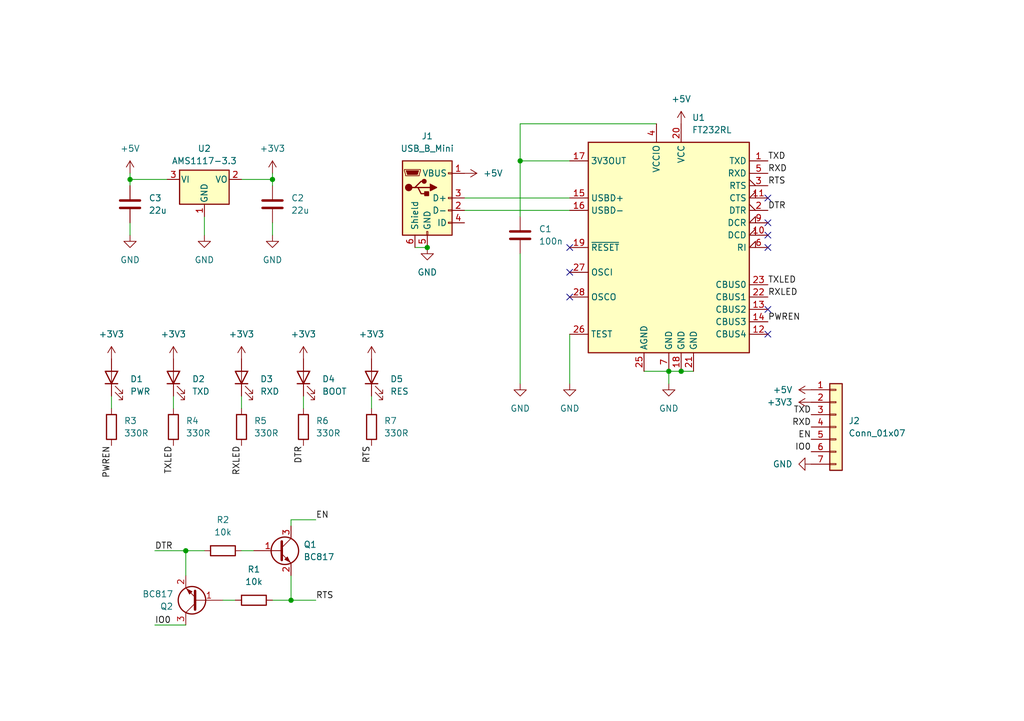
<source format=kicad_sch>
(kicad_sch (version 20230121) (generator eeschema)
  (paper "A5")
  (title_block (title "ESP32 programmer") (date "2023-08-23") (rev "1") (company "G2Labs Grzegorz Grzęda"))
  (lib_symbols
    (symbol "Connector:USB_B_Mini" (pin_names (offset 1.016))
      (property "Reference" "J" (at -5.08 11.43 0))
      (property "Value" "USB_B_Mini" (at -5.08 8.89 0))
      (symbol "USB_B_Mini_0_1"
        (rectangle (start -5.08 -7.62) (end 5.08 7.62) (stroke (width 0.254)) (fill (type background)))
        (circle (center -3.81 2.159) (radius 0.635) (stroke (width 0.254)) (fill (type outline)))
        (circle (center -0.635 3.429) (radius 0.381) (stroke (width 0.254)) (fill (type outline)))
        (rectangle (start -0.127 -7.62) (end 0.127 -6.858))
        (polyline (pts (xy -1.905 2.159) (xy 0.635 2.159)) (stroke (width 0.254)))
        (polyline (pts (xy -3.175 2.159) (xy -2.54 2.159) (xy -1.27 3.429) (xy -0.635 3.429)) (stroke (width 0.254)))
        (polyline (pts (xy -2.54 2.159) (xy -1.905 2.159) (xy -1.27 0.889) (xy 0 0.889)) (stroke (width 0.254)))
        (polyline (pts (xy 0.635 2.794) (xy 0.635 1.524) (xy 1.905 2.159) (xy 0.635 2.794)) (stroke (width 0.254)) (fill (type outline)))
        (polyline (pts (xy -4.318 5.588) (xy -1.778 5.588) (xy -2.032 4.826) (xy -4.064 4.826) (xy -4.318 5.588)) (fill (type outline)))
        (polyline (pts (xy -4.699 5.842) (xy -4.699 5.588) (xy -4.445 4.826) (xy -4.445 4.572) (xy -1.651 4.572) (xy -1.651 4.826) (xy -1.397 5.588) (xy -1.397 5.842) (xy -4.699 5.842)))
        (rectangle (start 0.254 1.27) (end -0.508 0.508) (stroke (width 0.254)) (fill (type outline)))
        (rectangle (start 5.08 -5.207) (end 4.318 -4.953))
        (rectangle (start 5.08 -2.667) (end 4.318 -2.413))
        (rectangle (start 5.08 -0.127) (end 4.318 0.127))
        (rectangle (start 5.08 4.953) (end 4.318 5.207))
      )
      (symbol "USB_B_Mini_1_1"
        (pin power_out line (at 7.62 5.08 180) (length 2.54) (name "VBUS") (number "1"))
        (pin bidirectional line (at 7.62 -2.54 180) (length 2.54) (name "D-") (number "2"))
        (pin bidirectional line (at 7.62 0 180) (length 2.54) (name "D+") (number "3"))
        (pin passive line (at 7.62 -5.08 180) (length 2.54) (name "ID") (number "4"))
        (pin power_out line (at 0 -10.16 90) (length 2.54) (name "GND") (number "5"))
        (pin passive line (at -2.54 -10.16 90) (length 2.54) (name "Shield") (number "6"))
      )
    )
    (symbol "Connector_Generic:Conn_01x07" (pin_names (offset 1.016) hide)
      (property "Reference" "J" (at 0 10.16 0))
      (property "Value" "Conn_01x07" (at 0 -10.16 0))
      (symbol "Conn_01x07_1_1"
        (rectangle (start -1.27 -7.493) (end 0 -7.747) (stroke (width 0.1524)))
        (rectangle (start -1.27 -4.953) (end 0 -5.207) (stroke (width 0.1524)))
        (rectangle (start -1.27 -2.413) (end 0 -2.667) (stroke (width 0.1524)))
        (rectangle (start -1.27 0.127) (end 0 -0.127) (stroke (width 0.1524)))
        (rectangle (start -1.27 2.667) (end 0 2.413) (stroke (width 0.1524)))
        (rectangle (start -1.27 5.207) (end 0 4.953) (stroke (width 0.1524)))
        (rectangle (start -1.27 7.747) (end 0 7.493) (stroke (width 0.1524)))
        (rectangle (start -1.27 8.89) (end 1.27 -8.89) (stroke (width 0.254)) (fill (type background)))
        (pin passive line (at -5.08 7.62 0) (length 3.81) (name "Pin_1") (number "1"))
        (pin passive line (at -5.08 5.08 0) (length 3.81) (name "Pin_2") (number "2"))
        (pin passive line (at -5.08 2.54 0) (length 3.81) (name "Pin_3") (number "3"))
        (pin passive line (at -5.08 0 0) (length 3.81) (name "Pin_4") (number "4"))
        (pin passive line (at -5.08 -2.54 0) (length 3.81) (name "Pin_5") (number "5"))
        (pin passive line (at -5.08 -5.08 0) (length 3.81) (name "Pin_6") (number "6"))
        (pin passive line (at -5.08 -7.62 0) (length 3.81) (name "Pin_7") (number "7"))
      )
    )
    (symbol "Device:C" (pin_numbers hide) (pin_names (offset 0.254))
      (property "Reference" "C" (at 0.635 2.54 0))
      (property "Value" "C" (at 0.635 -2.54 0))
      (symbol "C_0_1"
        (polyline (pts (xy -2.032 -0.762) (xy 2.032 -0.762)) (stroke (width 0.508)))
        (polyline (pts (xy -2.032 0.762) (xy 2.032 0.762)) (stroke (width 0.508)))
      )
      (symbol "C_1_1"
        (pin passive line (at 0 3.81 270) (length 2.794) (name "~") (number "1"))
        (pin passive line (at 0 -3.81 90) (length 2.794) (name "~") (number "2"))
      )
    )
    (symbol "Device:LED" (pin_numbers hide) (pin_names (offset 1.016) hide)
      (property "Reference" "D" (at 0 2.54 0))
      (property "Value" "LED" (at 0 -2.54 0))
      (symbol "LED_0_1"
        (polyline (pts (xy -1.27 -1.27) (xy -1.27 1.27)) (stroke (width 0.254)))
        (polyline (pts (xy -1.27 0) (xy 1.27 0)))
        (polyline (pts (xy 1.27 -1.27) (xy 1.27 1.27) (xy -1.27 0) (xy 1.27 -1.27)) (stroke (width 0.254)))
        (polyline (pts (xy -3.048 -0.762) (xy -4.572 -2.286) (xy -3.81 -2.286) (xy -4.572 -2.286) (xy -4.572 -1.524)))
        (polyline (pts (xy -1.778 -0.762) (xy -3.302 -2.286) (xy -2.54 -2.286) (xy -3.302 -2.286) (xy -3.302 -1.524)))
      )
      (symbol "LED_1_1"
        (pin passive line (at -3.81 0 0) (length 2.54) (name "K") (number "1"))
        (pin passive line (at 3.81 0 180) (length 2.54) (name "A") (number "2"))
      )
    )
    (symbol "Device:R" (pin_numbers hide) (pin_names (offset 0))
      (property "Reference" "R" (at 2.032 0 90))
      (property "Value" "R" (at 0 0 90))
      (symbol "R_0_1"
        (rectangle (start -1.016 -2.54) (end 1.016 2.54) (stroke (width 0.254)))
      )
      (symbol "R_1_1"
        (pin passive line (at 0 3.81 270) (length 1.27) (name "~") (number "1"))
        (pin passive line (at 0 -3.81 90) (length 1.27) (name "~") (number "2"))
      )
    )
    (symbol "Interface_USB:FT232RL"
      (property "Reference" "U" (at -16.51 22.86 0))
      (property "Value" "FT232RL" (at 10.16 22.86 0))
      (symbol "FT232RL_0_1"
        (rectangle (start -16.51 21.59) (end 16.51 -21.59) (stroke (width 0.254)) (fill (type background)))
      )
      (symbol "FT232RL_1_1"
        (pin output line (at 20.32 17.78 180) (length 3.81) (name "TXD") (number "1"))
        (pin input input_low (at 20.32 2.54 180) (length 3.81) (name "DCD") (number "10"))
        (pin input input_low (at 20.32 10.16 180) (length 3.81) (name "CTS") (number "11"))
        (pin bidirectional line (at 20.32 -17.78 180) (length 3.81) (name "CBUS4") (number "12"))
        (pin bidirectional line (at 20.32 -12.7 180) (length 3.81) (name "CBUS2") (number "13"))
        (pin bidirectional line (at 20.32 -15.24 180) (length 3.81) (name "CBUS3") (number "14"))
        (pin bidirectional line (at -20.32 10.16 0) (length 3.81) (name "USBD+") (number "15"))
        (pin bidirectional line (at -20.32 7.62 0) (length 3.81) (name "USBD-") (number "16"))
        (pin power_out line (at -20.32 17.78 0) (length 3.81) (name "3V3OUT") (number "17"))
        (pin power_in line (at 2.54 -25.4 90) (length 3.81) (name "GND") (number "18"))
        (pin input line (at -20.32 0 0) (length 3.81) (name "~{RESET}") (number "19"))
        (pin output output_low (at 20.32 7.62 180) (length 3.81) (name "DTR") (number "2"))
        (pin power_in line (at 2.54 25.4 270) (length 3.81) (name "VCC") (number "20"))
        (pin power_in line (at 5.08 -25.4 90) (length 3.81) (name "GND") (number "21"))
        (pin bidirectional line (at 20.32 -10.16 180) (length 3.81) (name "CBUS1") (number "22"))
        (pin bidirectional line (at 20.32 -7.62 180) (length 3.81) (name "CBUS0") (number "23"))
        (pin power_in line (at -5.08 -25.4 90) (length 3.81) (name "AGND") (number "25"))
        (pin input line (at -20.32 -17.78 0) (length 3.81) (name "TEST") (number "26"))
        (pin input line (at -20.32 -5.08 0) (length 3.81) (name "OSCI") (number "27"))
        (pin output line (at -20.32 -10.16 0) (length 3.81) (name "OSCO") (number "28"))
        (pin output output_low (at 20.32 12.7 180) (length 3.81) (name "RTS") (number "3"))
        (pin power_in line (at -2.54 25.4 270) (length 3.81) (name "VCCIO") (number "4"))
        (pin input line (at 20.32 15.24 180) (length 3.81) (name "RXD") (number "5"))
        (pin input input_low (at 20.32 0 180) (length 3.81) (name "RI") (number "6"))
        (pin power_in line (at 0 -25.4 90) (length 3.81) (name "GND") (number "7"))
        (pin input input_low (at 20.32 5.08 180) (length 3.81) (name "DCR") (number "9"))
      )
    )
    (symbol "Regulator_Linear:AMS1117-3.3" (pin_names (offset 0.254))
      (property "Reference" "U" (at -3.81 3.175 0))
      (property "Value" "AMS1117-3.3" (at 0 3.175 0))
      (symbol "AMS1117-3.3_0_1"
        (rectangle (start -5.08 -5.08) (end 5.08 1.905) (stroke (width 0.254)) (fill (type background)))
      )
      (symbol "AMS1117-3.3_1_1"
        (pin power_in line (at 0 -7.62 90) (length 2.54) (name "GND") (number "1"))
        (pin power_out line (at 7.62 0 180) (length 2.54) (name "VO") (number "2"))
        (pin power_in line (at -7.62 0 0) (length 2.54) (name "VI") (number "3"))
      )
    )
    (symbol "Transistor_BJT:BC817" (pin_names (offset 0) hide)
      (property "Reference" "Q" (at 5.08 1.905 0))
      (property "Value" "BC817" (at 5.08 0 0))
      (symbol "BC817_0_1"
        (polyline (pts (xy 0.635 0.635) (xy 2.54 2.54)))
        (polyline (pts (xy 0.635 -0.635) (xy 2.54 -2.54) (xy 2.54 -2.54)))
        (polyline (pts (xy 0.635 1.905) (xy 0.635 -1.905) (xy 0.635 -1.905)) (stroke (width 0.508)))
        (polyline (pts (xy 1.27 -1.778) (xy 1.778 -1.27) (xy 2.286 -2.286) (xy 1.27 -1.778) (xy 1.27 -1.778)) (fill (type outline)))
        (circle (center 1.27 0) (radius 2.8194) (stroke (width 0.254)))
      )
      (symbol "BC817_1_1"
        (pin input line (at -5.08 0 0) (length 5.715) (name "B") (number "1"))
        (pin passive line (at 2.54 -5.08 90) (length 2.54) (name "E") (number "2"))
        (pin passive line (at 2.54 5.08 270) (length 2.54) (name "C") (number "3"))
      )
    )
    (symbol "power:+3V3" (power) (pin_names (offset 0))
      (property "Value" "+3V3" (at 0 3.556 0))
      (symbol "+3V3_0_1"
        (polyline (pts (xy -0.762 1.27) (xy 0 2.54)))
        (polyline (pts (xy 0 0) (xy 0 2.54)))
        (polyline (pts (xy 0 2.54) (xy 0.762 1.27)))
      )
      (symbol "+3V3_1_1"
        (pin power_in line (at 0 0 90) (length 0) hide (name "+3V3") (number "1"))
      )
    )
    (symbol "power:+5V" (power) (pin_names (offset 0))
      (property "Value" "+5V" (at 0 3.556 0))
      (symbol "+5V_0_1"
        (polyline (pts (xy -0.762 1.27) (xy 0 2.54)))
        (polyline (pts (xy 0 0) (xy 0 2.54)))
        (polyline (pts (xy 0 2.54) (xy 0.762 1.27)))
      )
      (symbol "+5V_1_1"
        (pin power_in line (at 0 0 90) (length 0) hide (name "+5V") (number "1"))
      )
    )
    (symbol "power:GND" (power) (pin_names (offset 0))
      (property "Value" "GND" (at 0 -3.81 0))
      (symbol "GND_0_1"
        (polyline (pts (xy 0 0) (xy 0 -1.27) (xy 1.27 -1.27) (xy 0 -2.54) (xy -1.27 -1.27) (xy 0 -1.27)))
      )
      (symbol "GND_1_1"
        (pin power_in line (at 0 0 270) (length 0) hide (name "GND") (number "1"))
      )
    )
  )
  (junction (at 55.88 36.83))
  (junction (at 87.63 50.8))
  (junction (at 59.69 123.19))
  (junction (at 26.67 36.83))
  (junction (at 38.1 113.03))
  (junction (at 137.16 76.2))
  (junction (at 139.7 76.2))
  (junction (at 106.68 33.02))
  (no_connect (at 157.48 40.64))
  (no_connect (at 116.84 50.8))
  (no_connect (at 157.48 63.5))
  (no_connect (at 157.48 48.26))
  (no_connect (at 116.84 55.88))
  (no_connect (at 157.48 68.58))
  (no_connect (at 157.48 45.72))
  (no_connect (at 157.48 50.8))
  (no_connect (at 116.84 60.96))
  (wire (pts (xy 106.68 33.02) (xy 106.68 44.45)))
  (wire (pts (xy 59.69 123.19) (xy 64.77 123.19)))
  (wire (pts (xy 49.53 81.28) (xy 49.53 83.82)))
  (wire (pts (xy 31.75 128.27) (xy 38.1 128.27)))
  (wire (pts (xy 26.67 36.83) (xy 34.29 36.83)))
  (wire (pts (xy 55.88 45.72) (xy 55.88 48.26)))
  (wire (pts (xy 49.53 113.03) (xy 52.07 113.03)))
  (wire (pts (xy 134.62 25.4) (xy 106.68 25.4)))
  (wire (pts (xy 59.69 123.19) (xy 55.88 123.19)))
  (wire (pts (xy 41.91 48.26) (xy 41.91 44.45)))
  (wire (pts (xy 35.56 81.28) (xy 35.56 83.82)))
  (wire (pts (xy 137.16 76.2) (xy 137.16 78.74)))
  (wire (pts (xy 49.53 36.83) (xy 55.88 36.83)))
  (wire (pts (xy 116.84 68.58) (xy 116.84 78.74)))
  (wire (pts (xy 31.75 113.03) (xy 38.1 113.03)))
  (wire (pts (xy 95.25 40.64) (xy 116.84 40.64)))
  (wire (pts (xy 26.67 38.1) (xy 26.67 36.83)))
  (wire (pts (xy 22.86 81.28) (xy 22.86 83.82)))
  (wire (pts (xy 59.69 107.95) (xy 59.69 106.68)))
  (wire (pts (xy 62.23 81.28) (xy 62.23 83.82)))
  (wire (pts (xy 55.88 38.1) (xy 55.88 36.83)))
  (wire (pts (xy 76.2 81.28) (xy 76.2 83.82)))
  (wire (pts (xy 59.69 106.68) (xy 64.77 106.68)))
  (wire (pts (xy 106.68 78.74) (xy 106.68 52.07)))
  (wire (pts (xy 45.72 123.19) (xy 48.26 123.19)))
  (wire (pts (xy 55.88 35.56) (xy 55.88 36.83)))
  (wire (pts (xy 132.08 76.2) (xy 137.16 76.2)))
  (wire (pts (xy 26.67 35.56) (xy 26.67 36.83)))
  (wire (pts (xy 139.7 76.2) (xy 142.24 76.2)))
  (wire (pts (xy 41.91 113.03) (xy 38.1 113.03)))
  (wire (pts (xy 59.69 123.19) (xy 59.69 118.11)))
  (wire (pts (xy 95.25 43.18) (xy 116.84 43.18)))
  (wire (pts (xy 38.1 113.03) (xy 38.1 118.11)))
  (wire (pts (xy 106.68 25.4) (xy 106.68 33.02)))
  (wire (pts (xy 137.16 76.2) (xy 139.7 76.2)))
  (wire (pts (xy 116.84 33.02) (xy 106.68 33.02)))
  (wire (pts (xy 85.09 50.8) (xy 87.63 50.8)))
  (wire (pts (xy 26.67 45.72) (xy 26.67 48.26)))
  (label "RXD" (at 166.37 87.63 180))
  (label "RXLED" (at 157.48 60.96 0))
  (label "RTS" (at 76.2 91.44 270))
  (label "DTR" (at 157.48 43.18 0))
  (label "TXD" (at 166.37 85.09 180))
  (label "TXLED" (at 35.56 91.44 270))
  (label "RTS" (at 157.48 38.1 0))
  (label "EN" (at 64.77 106.68 0))
  (label "RTS" (at 64.77 123.19 0))
  (label "PWREN" (at 22.86 91.44 270))
  (label "RXD" (at 157.48 35.56 0))
  (label "RXLED" (at 49.53 91.44 270))
  (label "DTR" (at 31.75 113.03 0))
  (label "TXLED" (at 157.48 58.42 0))
  (label "TXD" (at 157.48 33.02 0))
  (label "PWREN" (at 157.48 66.04 0))
  (label "DTR" (at 62.23 91.44 270))
  (label "EN" (at 166.37 90.17 180))
  (label "IO0" (at 31.75 128.27 0))
  (label "IO0" (at 166.37 92.71 180))
  (symbol (lib_id "Device:R") (at 52.07 123.19 90) (unit 1)
    (property "Reference" "R1" (at 52.07 116.84 90))
    (property "Value" "10k" (at 52.07 119.38 90))
    (property "Footprint" "Resistor_SMD:R_1206_3216Metric_Pad1.30x1.75mm_HandSolder" (effects hide))
  )
  (symbol (lib_id "power:+5V") (at 166.37 80.01 90) (unit 1)
    (property "Reference" "#PWR011" (effects hide))
    (property "Value" "+5V" (at 162.56 80.01 90) (effects (justify left)))
  )
  (symbol (lib_id "Device:R") (at 76.2 87.63 180) (unit 1)
    (property "Reference" "R7" (at 78.74 86.36 0) (effects (justify right)))
    (property "Value" "330R" (at 78.74 88.9 0) (effects (justify right)))
    (property "Footprint" "Resistor_SMD:R_1206_3216Metric_Pad1.30x1.75mm_HandSolder" (effects hide))
  )
  (symbol (lib_id "Regulator_Linear:AMS1117-3.3") (at 41.91 36.83 0) (unit 1)
    (property "Reference" "U2" (at 41.91 30.48 0))
    (property "Value" "AMS1117-3.3" (at 41.91 33.02 0))
    (property "Footprint" "Package_TO_SOT_SMD:SOT-223-3_TabPin2" (effects hide))
    (property "Datasheet" "http://www.advanced-monolithic.com/pdf/ds1117.pdf" (effects hide))
  )
  (symbol (lib_id "power:GND") (at 166.37 95.25 270) (unit 1)
    (property "Reference" "#PWR06" (effects hide))
    (property "Value" "GND" (at 162.56 95.25 90) (effects (justify right)))
  )
  (symbol (lib_id "Device:LED") (at 35.56 77.47 90) (unit 1)
    (property "Reference" "D2" (at 39.37 77.7875 90) (effects (justify right)))
    (property "Value" "TXD" (at 39.37 80.3275 90) (effects (justify right)))
    (property "Footprint" "LED_SMD:LED_1206_3216Metric" (effects hide))
  )
  (symbol (lib_id "power:GND") (at 87.63 50.8 0) (unit 1)
    (property "Reference" "#PWR02" (effects hide))
    (property "Value" "GND" (at 87.63 55.88 0))
  )
  (symbol (lib_id "Device:LED") (at 76.2 77.47 90) (unit 1)
    (property "Reference" "D5" (at 80.01 77.7875 90) (effects (justify right)))
    (property "Value" "RES" (at 80.01 80.3275 90) (effects (justify right)))
    (property "Footprint" "LED_SMD:LED_1206_3216Metric" (effects hide))
  )
  (symbol (lib_id "power:+5V") (at 26.67 35.56 0) (unit 1)
    (property "Reference" "#PWR014" (effects hide))
    (property "Value" "+5V" (at 26.67 30.48 0))
  )
  (symbol (lib_id "Interface_USB:FT232RL") (at 137.16 50.8 0) (unit 1)
    (property "Reference" "U1" (at 141.8941 24.13 0) (effects (justify left)))
    (property "Value" "FT232RL" (at 141.8941 26.67 0) (effects (justify left)))
    (property "Footprint" "Package_SO:SSOP-28_5.3x10.2mm_P0.65mm" (effects hide))
    (property "Datasheet" "https://www.ftdichip.com/Support/Documents/DataSheets/ICs/DS_FT232R.pdf" (effects hide))
  )
  (symbol (lib_id "Device:LED") (at 49.53 77.47 90) (unit 1)
    (property "Reference" "D3" (at 53.34 77.7875 90) (effects (justify right)))
    (property "Value" "RXD" (at 53.34 80.3275 90) (effects (justify right)))
    (property "Footprint" "LED_SMD:LED_1206_3216Metric" (effects hide))
  )
  (symbol (lib_id "power:GND") (at 116.84 78.74 0) (unit 1)
    (property "Reference" "#PWR012" (effects hide))
    (property "Value" "GND" (at 116.84 83.82 0))
  )
  (symbol (lib_id "Device:R") (at 35.56 87.63 180) (unit 1)
    (property "Reference" "R4" (at 38.1 86.36 0) (effects (justify right)))
    (property "Value" "330R" (at 38.1 88.9 0) (effects (justify right)))
    (property "Footprint" "Resistor_SMD:R_1206_3216Metric_Pad1.30x1.75mm_HandSolder" (effects hide))
  )
  (symbol (lib_id "power:+3V3") (at 35.56 73.66 0) (unit 1)
    (property "Reference" "#PWR016" (effects hide))
    (property "Value" "+3V3" (at 35.56 68.58 0))
  )
  (symbol (lib_id "Device:R") (at 22.86 87.63 180) (unit 1)
    (property "Reference" "R3" (at 25.4 86.36 0) (effects (justify right)))
    (property "Value" "330R" (at 25.4 88.9 0) (effects (justify right)))
    (property "Footprint" "Resistor_SMD:R_1206_3216Metric_Pad1.30x1.75mm_HandSolder" (effects hide))
  )
  (symbol (lib_id "power:+3V3") (at 76.2 73.66 0) (unit 1)
    (property "Reference" "#PWR019" (effects hide))
    (property "Value" "+3V3" (at 76.2 68.58 0))
  )
  (symbol (lib_id "Device:C") (at 26.67 41.91 0) (unit 1)
    (property "Reference" "C3" (at 30.48 40.64 0) (effects (justify left)))
    (property "Value" "22u" (at 30.48 43.18 0) (effects (justify left)))
    (property "Footprint" "Capacitor_SMD:C_1206_3216Metric_Pad1.33x1.80mm_HandSolder" (effects hide))
  )
  (symbol (lib_id "Device:R") (at 62.23 87.63 180) (unit 1)
    (property "Reference" "R6" (at 64.77 86.36 0) (effects (justify right)))
    (property "Value" "330R" (at 64.77 88.9 0) (effects (justify right)))
    (property "Footprint" "Resistor_SMD:R_1206_3216Metric_Pad1.30x1.75mm_HandSolder" (effects hide))
  )
  (symbol (lib_id "power:+3V3") (at 166.37 82.55 90) (unit 1)
    (property "Reference" "#PWR08" (effects hide))
    (property "Value" "+3V3" (at 162.56 82.55 90) (effects (justify left)))
  )
  (symbol (lib_id "Device:C") (at 106.68 48.26 0) (unit 1)
    (property "Reference" "C1" (at 110.49 46.99 0) (effects (justify left)))
    (property "Value" "100n" (at 110.49 49.53 0) (effects (justify left)))
    (property "Footprint" "Capacitor_SMD:C_1206_3216Metric_Pad1.33x1.80mm_HandSolder" (effects hide))
  )
  (symbol (lib_id "Device:R") (at 45.72 113.03 90) (unit 1)
    (property "Reference" "R2" (at 45.72 106.68 90))
    (property "Value" "10k" (at 45.72 109.22 90))
    (property "Footprint" "Resistor_SMD:R_1206_3216Metric_Pad1.30x1.75mm_HandSolder" (effects hide))
  )
  (symbol (lib_id "power:GND") (at 55.88 48.26 0) (unit 1)
    (property "Reference" "#PWR013" (effects hide))
    (property "Value" "GND" (at 55.88 53.34 0))
  )
  (symbol (lib_id "power:+3V3") (at 22.86 73.66 0) (unit 1)
    (property "Reference" "#PWR015" (effects hide))
    (property "Value" "+3V3" (at 22.86 68.58 0))
  )
  (symbol (lib_id "Device:R") (at 49.53 87.63 180) (unit 1)
    (property "Reference" "R5" (at 52.07 86.36 0) (effects (justify right)))
    (property "Value" "330R" (at 52.07 88.9 0) (effects (justify right)))
    (property "Footprint" "Resistor_SMD:R_1206_3216Metric_Pad1.30x1.75mm_HandSolder" (effects hide))
  )
  (symbol (lib_id "power:GND") (at 106.68 78.74 0) (unit 1)
    (property "Reference" "#PWR03" (effects hide))
    (property "Value" "GND" (at 106.68 83.82 0))
  )
  (symbol (lib_id "power:GND") (at 26.67 48.26 0) (unit 1)
    (property "Reference" "#PWR01" (effects hide))
    (property "Value" "GND" (at 26.67 53.34 0))
  )
  (symbol (lib_id "power:+3V3") (at 49.53 73.66 0) (unit 1)
    (property "Reference" "#PWR017" (effects hide))
    (property "Value" "+3V3" (at 49.53 68.58 0))
  )
  (symbol (lib_id "Transistor_BJT:BC817") (at 40.64 123.19 180) (unit 1)
    (property "Reference" "Q2" (at 35.56 124.46 0) (effects (justify left)))
    (property "Value" "BC817" (at 35.56 121.92 0) (effects (justify left)))
    (property "Footprint" "Package_TO_SOT_SMD:SOT-23" (effects hide))
    (property "Datasheet" "https://www.onsemi.com/pub/Collateral/BC818-D.pdf" (effects hide))
  )
  (symbol (lib_id "power:+5V") (at 95.25 35.56 270) (unit 1)
    (property "Reference" "#PWR09" (effects hide))
    (property "Value" "+5V" (at 99.06 35.56 90) (effects (justify left)))
  )
  (symbol (lib_id "power:+3V3") (at 55.88 35.56 0) (unit 1)
    (property "Reference" "#PWR07" (effects hide))
    (property "Value" "+3V3" (at 55.88 30.48 0))
  )
  (symbol (lib_id "power:+3V3") (at 62.23 73.66 0) (unit 1)
    (property "Reference" "#PWR018" (effects hide))
    (property "Value" "+3V3" (at 62.23 68.58 0))
  )
  (symbol (lib_id "power:GND") (at 137.16 78.74 0) (unit 1)
    (property "Reference" "#PWR05" (effects hide))
    (property "Value" "GND" (at 137.16 83.82 0))
  )
  (symbol (lib_id "Connector_Generic:Conn_01x07") (at 171.45 87.63 0) (unit 1)
    (property "Reference" "J2" (at 173.99 86.36 0) (effects (justify left)))
    (property "Value" "Conn_01x07" (at 173.99 88.9 0) (effects (justify left)))
    (property "Footprint" "Connector_PinHeader_2.54mm:PinHeader_1x07_P2.54mm_Vertical" (effects hide))
  )
  (symbol (lib_id "power:GND") (at 41.91 48.26 0) (unit 1)
    (property "Reference" "#PWR04" (effects hide))
    (property "Value" "GND" (at 41.91 53.34 0))
  )
  (symbol (lib_id "Device:LED") (at 62.23 77.47 90) (unit 1)
    (property "Reference" "D4" (at 66.04 77.7875 90) (effects (justify right)))
    (property "Value" "BOOT" (at 66.04 80.3275 90) (effects (justify right)))
    (property "Footprint" "LED_SMD:LED_1206_3216Metric" (effects hide))
  )
  (symbol (lib_id "power:+5V") (at 139.7 25.4 0) (unit 1)
    (property "Reference" "#PWR010" (effects hide))
    (property "Value" "+5V" (at 139.7 20.32 0))
  )
  (symbol (lib_id "Device:C") (at 55.88 41.91 0) (unit 1)
    (property "Reference" "C2" (at 59.69 40.64 0) (effects (justify left)))
    (property "Value" "22u" (at 59.69 43.18 0) (effects (justify left)))
    (property "Footprint" "Capacitor_SMD:C_1206_3216Metric_Pad1.33x1.80mm_HandSolder" (effects hide))
  )
  (symbol (lib_id "Transistor_BJT:BC817") (at 57.15 113.03 0) (unit 1)
    (property "Reference" "Q1" (at 62.23 111.76 0) (effects (justify left)))
    (property "Value" "BC817" (at 62.23 114.3 0) (effects (justify left)))
    (property "Footprint" "Package_TO_SOT_SMD:SOT-23" (effects hide))
    (property "Datasheet" "https://www.onsemi.com/pub/Collateral/BC818-D.pdf" (effects hide))
  )
  (symbol (lib_id "Device:LED") (at 22.86 77.47 90) (unit 1)
    (property "Reference" "D1" (at 26.67 77.7875 90) (effects (justify right)))
    (property "Value" "PWR" (at 26.67 80.3275 90) (effects (justify right)))
    (property "Footprint" "LED_SMD:LED_1206_3216Metric" (effects hide))
  )
  (symbol (lib_id "Connector:USB_B_Mini") (at 87.63 40.64 0) (unit 1)
    (property "Reference" "J1" (at 87.63 27.94 0))
    (property "Value" "USB_B_Mini" (at 87.63 30.48 0))
    (property "Footprint" "Connector_USB:USB_Mini-B_Lumberg_2486_01_Horizontal" (effects hide))
  )
)
</source>
